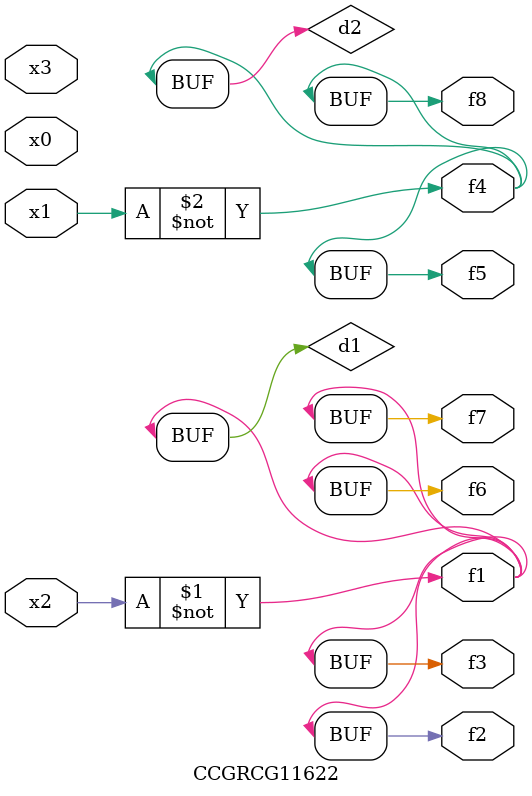
<source format=v>
module CCGRCG11622(
	input x0, x1, x2, x3,
	output f1, f2, f3, f4, f5, f6, f7, f8
);

	wire d1, d2;

	xnor (d1, x2);
	not (d2, x1);
	assign f1 = d1;
	assign f2 = d1;
	assign f3 = d1;
	assign f4 = d2;
	assign f5 = d2;
	assign f6 = d1;
	assign f7 = d1;
	assign f8 = d2;
endmodule

</source>
